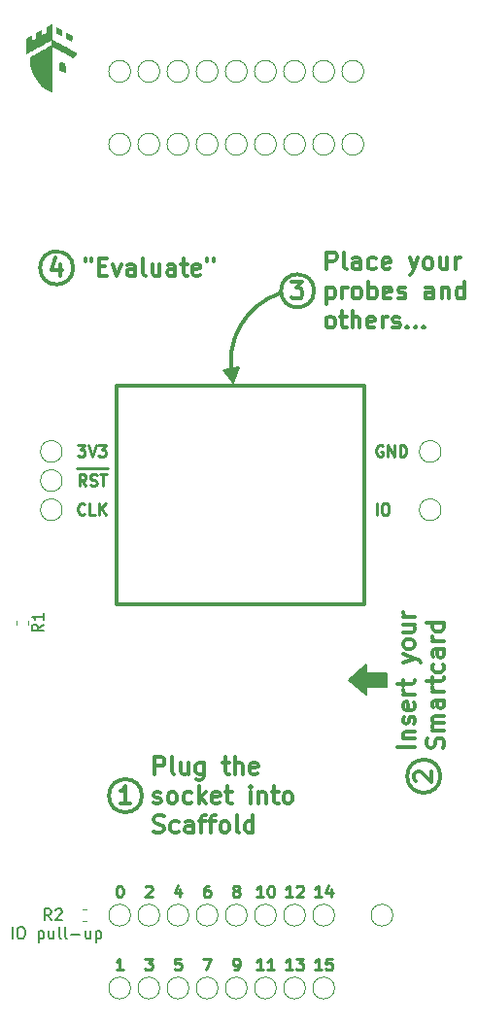
<source format=gbr>
G04 #@! TF.GenerationSoftware,KiCad,Pcbnew,5.0.2-bee76a0~70~ubuntu18.04.1*
G04 #@! TF.CreationDate,2019-05-09T10:07:15+02:00*
G04 #@! TF.ProjectId,smartcard,736d6172-7463-4617-9264-2e6b69636164,rev?*
G04 #@! TF.SameCoordinates,Original*
G04 #@! TF.FileFunction,Legend,Top*
G04 #@! TF.FilePolarity,Positive*
%FSLAX46Y46*%
G04 Gerber Fmt 4.6, Leading zero omitted, Abs format (unit mm)*
G04 Created by KiCad (PCBNEW 5.0.2-bee76a0~70~ubuntu18.04.1) date jeu. 09 mai 2019 10:07:15 CEST*
%MOMM*%
%LPD*%
G01*
G04 APERTURE LIST*
%ADD10C,0.300000*%
%ADD11C,0.150000*%
%ADD12C,0.250000*%
%ADD13C,0.010000*%
%ADD14C,0.120000*%
G04 APERTURE END LIST*
D10*
X101356017Y-91416027D02*
X122946017Y-91416027D01*
X101356017Y-110466027D02*
X101356017Y-91416027D01*
X122946017Y-110466027D02*
X101356017Y-110466027D01*
X122946017Y-91416027D02*
X122946017Y-110466027D01*
X96386731Y-80809598D02*
X96386731Y-81809598D01*
X96029588Y-80238169D02*
X95672445Y-81309598D01*
X96601017Y-81309598D01*
X97543238Y-81131027D02*
G75*
G03X97543238Y-81131027I-1442221J0D01*
G01*
X98581731Y-80309598D02*
X98581731Y-80595312D01*
X99153159Y-80309598D02*
X99153159Y-80595312D01*
X99796017Y-81023884D02*
X100296017Y-81023884D01*
X100510302Y-81809598D02*
X99796017Y-81809598D01*
X99796017Y-80309598D01*
X100510302Y-80309598D01*
X101010302Y-80809598D02*
X101367445Y-81809598D01*
X101724588Y-80809598D01*
X102938874Y-81809598D02*
X102938874Y-81023884D01*
X102867445Y-80881027D01*
X102724588Y-80809598D01*
X102438874Y-80809598D01*
X102296017Y-80881027D01*
X102938874Y-81738169D02*
X102796017Y-81809598D01*
X102438874Y-81809598D01*
X102296017Y-81738169D01*
X102224588Y-81595312D01*
X102224588Y-81452455D01*
X102296017Y-81309598D01*
X102438874Y-81238169D01*
X102796017Y-81238169D01*
X102938874Y-81166741D01*
X103867445Y-81809598D02*
X103724588Y-81738169D01*
X103653159Y-81595312D01*
X103653159Y-80309598D01*
X105081731Y-80809598D02*
X105081731Y-81809598D01*
X104438874Y-80809598D02*
X104438874Y-81595312D01*
X104510302Y-81738169D01*
X104653159Y-81809598D01*
X104867445Y-81809598D01*
X105010302Y-81738169D01*
X105081731Y-81666741D01*
X106438874Y-81809598D02*
X106438874Y-81023884D01*
X106367445Y-80881027D01*
X106224588Y-80809598D01*
X105938874Y-80809598D01*
X105796017Y-80881027D01*
X106438874Y-81738169D02*
X106296017Y-81809598D01*
X105938874Y-81809598D01*
X105796017Y-81738169D01*
X105724588Y-81595312D01*
X105724588Y-81452455D01*
X105796017Y-81309598D01*
X105938874Y-81238169D01*
X106296017Y-81238169D01*
X106438874Y-81166741D01*
X106938874Y-80809598D02*
X107510302Y-80809598D01*
X107153159Y-80309598D02*
X107153159Y-81595312D01*
X107224588Y-81738169D01*
X107367445Y-81809598D01*
X107510302Y-81809598D01*
X108581731Y-81738169D02*
X108438874Y-81809598D01*
X108153159Y-81809598D01*
X108010302Y-81738169D01*
X107938874Y-81595312D01*
X107938874Y-81023884D01*
X108010302Y-80881027D01*
X108153159Y-80809598D01*
X108438874Y-80809598D01*
X108581731Y-80881027D01*
X108653159Y-81023884D01*
X108653159Y-81166741D01*
X107938874Y-81309598D01*
X109224588Y-80309598D02*
X109224588Y-80595312D01*
X109796017Y-80309598D02*
X109796017Y-80595312D01*
D11*
G36*
X111501017Y-91131027D02*
X110601017Y-90031027D01*
X112001017Y-89831027D01*
X111501017Y-91131027D01*
G37*
X111501017Y-91131027D02*
X110601017Y-90031027D01*
X112001017Y-89831027D01*
X111501017Y-91131027D01*
D10*
X111427068Y-90703015D02*
G75*
G02X115601017Y-83331027I6173949J1371988D01*
G01*
X116601017Y-82309598D02*
X117529588Y-82309598D01*
X117029588Y-82881027D01*
X117243874Y-82881027D01*
X117386731Y-82952455D01*
X117458159Y-83023884D01*
X117529588Y-83166741D01*
X117529588Y-83523884D01*
X117458159Y-83666741D01*
X117386731Y-83738169D01*
X117243874Y-83809598D01*
X116815302Y-83809598D01*
X116672445Y-83738169D01*
X116601017Y-83666741D01*
X118543238Y-83131027D02*
G75*
G03X118543238Y-83131027I-1442221J0D01*
G01*
X119653159Y-81259598D02*
X119653159Y-79759598D01*
X120224588Y-79759598D01*
X120367445Y-79831027D01*
X120438874Y-79902455D01*
X120510302Y-80045312D01*
X120510302Y-80259598D01*
X120438874Y-80402455D01*
X120367445Y-80473884D01*
X120224588Y-80545312D01*
X119653159Y-80545312D01*
X121367445Y-81259598D02*
X121224588Y-81188169D01*
X121153159Y-81045312D01*
X121153159Y-79759598D01*
X122581731Y-81259598D02*
X122581731Y-80473884D01*
X122510302Y-80331027D01*
X122367445Y-80259598D01*
X122081731Y-80259598D01*
X121938874Y-80331027D01*
X122581731Y-81188169D02*
X122438874Y-81259598D01*
X122081731Y-81259598D01*
X121938874Y-81188169D01*
X121867445Y-81045312D01*
X121867445Y-80902455D01*
X121938874Y-80759598D01*
X122081731Y-80688169D01*
X122438874Y-80688169D01*
X122581731Y-80616741D01*
X123938874Y-81188169D02*
X123796017Y-81259598D01*
X123510302Y-81259598D01*
X123367445Y-81188169D01*
X123296017Y-81116741D01*
X123224588Y-80973884D01*
X123224588Y-80545312D01*
X123296017Y-80402455D01*
X123367445Y-80331027D01*
X123510302Y-80259598D01*
X123796017Y-80259598D01*
X123938874Y-80331027D01*
X125153159Y-81188169D02*
X125010302Y-81259598D01*
X124724588Y-81259598D01*
X124581731Y-81188169D01*
X124510302Y-81045312D01*
X124510302Y-80473884D01*
X124581731Y-80331027D01*
X124724588Y-80259598D01*
X125010302Y-80259598D01*
X125153159Y-80331027D01*
X125224588Y-80473884D01*
X125224588Y-80616741D01*
X124510302Y-80759598D01*
X126867445Y-80259598D02*
X127224588Y-81259598D01*
X127581731Y-80259598D02*
X127224588Y-81259598D01*
X127081731Y-81616741D01*
X127010302Y-81688169D01*
X126867445Y-81759598D01*
X128367445Y-81259598D02*
X128224588Y-81188169D01*
X128153159Y-81116741D01*
X128081731Y-80973884D01*
X128081731Y-80545312D01*
X128153159Y-80402455D01*
X128224588Y-80331027D01*
X128367445Y-80259598D01*
X128581731Y-80259598D01*
X128724588Y-80331027D01*
X128796017Y-80402455D01*
X128867445Y-80545312D01*
X128867445Y-80973884D01*
X128796017Y-81116741D01*
X128724588Y-81188169D01*
X128581731Y-81259598D01*
X128367445Y-81259598D01*
X130153159Y-80259598D02*
X130153159Y-81259598D01*
X129510302Y-80259598D02*
X129510302Y-81045312D01*
X129581731Y-81188169D01*
X129724588Y-81259598D01*
X129938874Y-81259598D01*
X130081731Y-81188169D01*
X130153159Y-81116741D01*
X130867445Y-81259598D02*
X130867445Y-80259598D01*
X130867445Y-80545312D02*
X130938874Y-80402455D01*
X131010302Y-80331027D01*
X131153159Y-80259598D01*
X131296017Y-80259598D01*
X119653159Y-82809598D02*
X119653159Y-84309598D01*
X119653159Y-82881027D02*
X119796017Y-82809598D01*
X120081731Y-82809598D01*
X120224588Y-82881027D01*
X120296017Y-82952455D01*
X120367445Y-83095312D01*
X120367445Y-83523884D01*
X120296017Y-83666741D01*
X120224588Y-83738169D01*
X120081731Y-83809598D01*
X119796017Y-83809598D01*
X119653159Y-83738169D01*
X121010302Y-83809598D02*
X121010302Y-82809598D01*
X121010302Y-83095312D02*
X121081731Y-82952455D01*
X121153159Y-82881027D01*
X121296017Y-82809598D01*
X121438874Y-82809598D01*
X122153159Y-83809598D02*
X122010302Y-83738169D01*
X121938874Y-83666741D01*
X121867445Y-83523884D01*
X121867445Y-83095312D01*
X121938874Y-82952455D01*
X122010302Y-82881027D01*
X122153159Y-82809598D01*
X122367445Y-82809598D01*
X122510302Y-82881027D01*
X122581731Y-82952455D01*
X122653159Y-83095312D01*
X122653159Y-83523884D01*
X122581731Y-83666741D01*
X122510302Y-83738169D01*
X122367445Y-83809598D01*
X122153159Y-83809598D01*
X123296017Y-83809598D02*
X123296017Y-82309598D01*
X123296017Y-82881027D02*
X123438874Y-82809598D01*
X123724588Y-82809598D01*
X123867445Y-82881027D01*
X123938874Y-82952455D01*
X124010302Y-83095312D01*
X124010302Y-83523884D01*
X123938874Y-83666741D01*
X123867445Y-83738169D01*
X123724588Y-83809598D01*
X123438874Y-83809598D01*
X123296017Y-83738169D01*
X125224588Y-83738169D02*
X125081731Y-83809598D01*
X124796017Y-83809598D01*
X124653159Y-83738169D01*
X124581731Y-83595312D01*
X124581731Y-83023884D01*
X124653159Y-82881027D01*
X124796017Y-82809598D01*
X125081731Y-82809598D01*
X125224588Y-82881027D01*
X125296017Y-83023884D01*
X125296017Y-83166741D01*
X124581731Y-83309598D01*
X125867445Y-83738169D02*
X126010302Y-83809598D01*
X126296017Y-83809598D01*
X126438874Y-83738169D01*
X126510302Y-83595312D01*
X126510302Y-83523884D01*
X126438874Y-83381027D01*
X126296017Y-83309598D01*
X126081731Y-83309598D01*
X125938874Y-83238169D01*
X125867445Y-83095312D01*
X125867445Y-83023884D01*
X125938874Y-82881027D01*
X126081731Y-82809598D01*
X126296017Y-82809598D01*
X126438874Y-82881027D01*
X128938874Y-83809598D02*
X128938874Y-83023884D01*
X128867445Y-82881027D01*
X128724588Y-82809598D01*
X128438874Y-82809598D01*
X128296017Y-82881027D01*
X128938874Y-83738169D02*
X128796017Y-83809598D01*
X128438874Y-83809598D01*
X128296017Y-83738169D01*
X128224588Y-83595312D01*
X128224588Y-83452455D01*
X128296017Y-83309598D01*
X128438874Y-83238169D01*
X128796017Y-83238169D01*
X128938874Y-83166741D01*
X129653159Y-82809598D02*
X129653159Y-83809598D01*
X129653159Y-82952455D02*
X129724588Y-82881027D01*
X129867445Y-82809598D01*
X130081731Y-82809598D01*
X130224588Y-82881027D01*
X130296017Y-83023884D01*
X130296017Y-83809598D01*
X131653159Y-83809598D02*
X131653159Y-82309598D01*
X131653159Y-83738169D02*
X131510302Y-83809598D01*
X131224588Y-83809598D01*
X131081731Y-83738169D01*
X131010302Y-83666741D01*
X130938874Y-83523884D01*
X130938874Y-83095312D01*
X131010302Y-82952455D01*
X131081731Y-82881027D01*
X131224588Y-82809598D01*
X131510302Y-82809598D01*
X131653159Y-82881027D01*
X119867445Y-86359598D02*
X119724588Y-86288169D01*
X119653159Y-86216741D01*
X119581731Y-86073884D01*
X119581731Y-85645312D01*
X119653159Y-85502455D01*
X119724588Y-85431027D01*
X119867445Y-85359598D01*
X120081731Y-85359598D01*
X120224588Y-85431027D01*
X120296017Y-85502455D01*
X120367445Y-85645312D01*
X120367445Y-86073884D01*
X120296017Y-86216741D01*
X120224588Y-86288169D01*
X120081731Y-86359598D01*
X119867445Y-86359598D01*
X120796017Y-85359598D02*
X121367445Y-85359598D01*
X121010302Y-84859598D02*
X121010302Y-86145312D01*
X121081731Y-86288169D01*
X121224588Y-86359598D01*
X121367445Y-86359598D01*
X121867445Y-86359598D02*
X121867445Y-84859598D01*
X122510302Y-86359598D02*
X122510302Y-85573884D01*
X122438874Y-85431027D01*
X122296017Y-85359598D01*
X122081731Y-85359598D01*
X121938874Y-85431027D01*
X121867445Y-85502455D01*
X123796017Y-86288169D02*
X123653159Y-86359598D01*
X123367445Y-86359598D01*
X123224588Y-86288169D01*
X123153159Y-86145312D01*
X123153159Y-85573884D01*
X123224588Y-85431027D01*
X123367445Y-85359598D01*
X123653159Y-85359598D01*
X123796017Y-85431027D01*
X123867445Y-85573884D01*
X123867445Y-85716741D01*
X123153159Y-85859598D01*
X124510302Y-86359598D02*
X124510302Y-85359598D01*
X124510302Y-85645312D02*
X124581731Y-85502455D01*
X124653159Y-85431027D01*
X124796017Y-85359598D01*
X124938874Y-85359598D01*
X125367445Y-86288169D02*
X125510302Y-86359598D01*
X125796017Y-86359598D01*
X125938874Y-86288169D01*
X126010302Y-86145312D01*
X126010302Y-86073884D01*
X125938874Y-85931027D01*
X125796017Y-85859598D01*
X125581731Y-85859598D01*
X125438874Y-85788169D01*
X125367445Y-85645312D01*
X125367445Y-85573884D01*
X125438874Y-85431027D01*
X125581731Y-85359598D01*
X125796017Y-85359598D01*
X125938874Y-85431027D01*
X126653159Y-86216741D02*
X126724588Y-86288169D01*
X126653159Y-86359598D01*
X126581731Y-86288169D01*
X126653159Y-86216741D01*
X126653159Y-86359598D01*
X127367445Y-86216741D02*
X127438874Y-86288169D01*
X127367445Y-86359598D01*
X127296017Y-86288169D01*
X127367445Y-86216741D01*
X127367445Y-86359598D01*
X128081731Y-86216741D02*
X128153159Y-86288169D01*
X128081731Y-86359598D01*
X128010302Y-86288169D01*
X128081731Y-86216741D01*
X128081731Y-86359598D01*
X127422445Y-125859598D02*
X127351017Y-125788169D01*
X127279588Y-125645312D01*
X127279588Y-125288169D01*
X127351017Y-125145312D01*
X127422445Y-125073884D01*
X127565302Y-125002455D01*
X127708159Y-125002455D01*
X127922445Y-125073884D01*
X128779588Y-125931027D01*
X128779588Y-125002455D01*
X129543238Y-125431027D02*
G75*
G03X129543238Y-125431027I-1442221J0D01*
G01*
X102529588Y-127809598D02*
X101672445Y-127809598D01*
X102101017Y-127809598D02*
X102101017Y-126309598D01*
X101958159Y-126523884D01*
X101815302Y-126666741D01*
X101672445Y-126738169D01*
X103543238Y-127131027D02*
G75*
G03X103543238Y-127131027I-1442221J0D01*
G01*
X104653159Y-125259598D02*
X104653159Y-123759598D01*
X105224588Y-123759598D01*
X105367445Y-123831027D01*
X105438874Y-123902455D01*
X105510302Y-124045312D01*
X105510302Y-124259598D01*
X105438874Y-124402455D01*
X105367445Y-124473884D01*
X105224588Y-124545312D01*
X104653159Y-124545312D01*
X106367445Y-125259598D02*
X106224588Y-125188169D01*
X106153159Y-125045312D01*
X106153159Y-123759598D01*
X107581731Y-124259598D02*
X107581731Y-125259598D01*
X106938874Y-124259598D02*
X106938874Y-125045312D01*
X107010302Y-125188169D01*
X107153159Y-125259598D01*
X107367445Y-125259598D01*
X107510302Y-125188169D01*
X107581731Y-125116741D01*
X108938874Y-124259598D02*
X108938874Y-125473884D01*
X108867445Y-125616741D01*
X108796017Y-125688169D01*
X108653159Y-125759598D01*
X108438874Y-125759598D01*
X108296017Y-125688169D01*
X108938874Y-125188169D02*
X108796017Y-125259598D01*
X108510302Y-125259598D01*
X108367445Y-125188169D01*
X108296017Y-125116741D01*
X108224588Y-124973884D01*
X108224588Y-124545312D01*
X108296017Y-124402455D01*
X108367445Y-124331027D01*
X108510302Y-124259598D01*
X108796017Y-124259598D01*
X108938874Y-124331027D01*
X110581731Y-124259598D02*
X111153159Y-124259598D01*
X110796017Y-123759598D02*
X110796017Y-125045312D01*
X110867445Y-125188169D01*
X111010302Y-125259598D01*
X111153159Y-125259598D01*
X111653159Y-125259598D02*
X111653159Y-123759598D01*
X112296017Y-125259598D02*
X112296017Y-124473884D01*
X112224588Y-124331027D01*
X112081731Y-124259598D01*
X111867445Y-124259598D01*
X111724588Y-124331027D01*
X111653159Y-124402455D01*
X113581731Y-125188169D02*
X113438874Y-125259598D01*
X113153159Y-125259598D01*
X113010302Y-125188169D01*
X112938874Y-125045312D01*
X112938874Y-124473884D01*
X113010302Y-124331027D01*
X113153159Y-124259598D01*
X113438874Y-124259598D01*
X113581731Y-124331027D01*
X113653159Y-124473884D01*
X113653159Y-124616741D01*
X112938874Y-124759598D01*
X104581731Y-127738169D02*
X104724588Y-127809598D01*
X105010302Y-127809598D01*
X105153159Y-127738169D01*
X105224588Y-127595312D01*
X105224588Y-127523884D01*
X105153159Y-127381027D01*
X105010302Y-127309598D01*
X104796017Y-127309598D01*
X104653159Y-127238169D01*
X104581731Y-127095312D01*
X104581731Y-127023884D01*
X104653159Y-126881027D01*
X104796017Y-126809598D01*
X105010302Y-126809598D01*
X105153159Y-126881027D01*
X106081731Y-127809598D02*
X105938874Y-127738169D01*
X105867445Y-127666741D01*
X105796017Y-127523884D01*
X105796017Y-127095312D01*
X105867445Y-126952455D01*
X105938874Y-126881027D01*
X106081731Y-126809598D01*
X106296017Y-126809598D01*
X106438874Y-126881027D01*
X106510302Y-126952455D01*
X106581731Y-127095312D01*
X106581731Y-127523884D01*
X106510302Y-127666741D01*
X106438874Y-127738169D01*
X106296017Y-127809598D01*
X106081731Y-127809598D01*
X107867445Y-127738169D02*
X107724588Y-127809598D01*
X107438874Y-127809598D01*
X107296017Y-127738169D01*
X107224588Y-127666741D01*
X107153159Y-127523884D01*
X107153159Y-127095312D01*
X107224588Y-126952455D01*
X107296017Y-126881027D01*
X107438874Y-126809598D01*
X107724588Y-126809598D01*
X107867445Y-126881027D01*
X108510302Y-127809598D02*
X108510302Y-126309598D01*
X108653159Y-127238169D02*
X109081731Y-127809598D01*
X109081731Y-126809598D02*
X108510302Y-127381027D01*
X110296017Y-127738169D02*
X110153159Y-127809598D01*
X109867445Y-127809598D01*
X109724588Y-127738169D01*
X109653159Y-127595312D01*
X109653159Y-127023884D01*
X109724588Y-126881027D01*
X109867445Y-126809598D01*
X110153159Y-126809598D01*
X110296017Y-126881027D01*
X110367445Y-127023884D01*
X110367445Y-127166741D01*
X109653159Y-127309598D01*
X110796017Y-126809598D02*
X111367445Y-126809598D01*
X111010302Y-126309598D02*
X111010302Y-127595312D01*
X111081731Y-127738169D01*
X111224588Y-127809598D01*
X111367445Y-127809598D01*
X113010302Y-127809598D02*
X113010302Y-126809598D01*
X113010302Y-126309598D02*
X112938874Y-126381027D01*
X113010302Y-126452455D01*
X113081731Y-126381027D01*
X113010302Y-126309598D01*
X113010302Y-126452455D01*
X113724588Y-126809598D02*
X113724588Y-127809598D01*
X113724588Y-126952455D02*
X113796017Y-126881027D01*
X113938874Y-126809598D01*
X114153159Y-126809598D01*
X114296017Y-126881027D01*
X114367445Y-127023884D01*
X114367445Y-127809598D01*
X114867445Y-126809598D02*
X115438874Y-126809598D01*
X115081731Y-126309598D02*
X115081731Y-127595312D01*
X115153159Y-127738169D01*
X115296017Y-127809598D01*
X115438874Y-127809598D01*
X116153159Y-127809598D02*
X116010302Y-127738169D01*
X115938874Y-127666741D01*
X115867445Y-127523884D01*
X115867445Y-127095312D01*
X115938874Y-126952455D01*
X116010302Y-126881027D01*
X116153159Y-126809598D01*
X116367445Y-126809598D01*
X116510302Y-126881027D01*
X116581731Y-126952455D01*
X116653159Y-127095312D01*
X116653159Y-127523884D01*
X116581731Y-127666741D01*
X116510302Y-127738169D01*
X116367445Y-127809598D01*
X116153159Y-127809598D01*
X104581731Y-130288169D02*
X104796017Y-130359598D01*
X105153159Y-130359598D01*
X105296017Y-130288169D01*
X105367445Y-130216741D01*
X105438874Y-130073884D01*
X105438874Y-129931027D01*
X105367445Y-129788169D01*
X105296017Y-129716741D01*
X105153159Y-129645312D01*
X104867445Y-129573884D01*
X104724588Y-129502455D01*
X104653159Y-129431027D01*
X104581731Y-129288169D01*
X104581731Y-129145312D01*
X104653159Y-129002455D01*
X104724588Y-128931027D01*
X104867445Y-128859598D01*
X105224588Y-128859598D01*
X105438874Y-128931027D01*
X106724588Y-130288169D02*
X106581731Y-130359598D01*
X106296017Y-130359598D01*
X106153159Y-130288169D01*
X106081731Y-130216741D01*
X106010302Y-130073884D01*
X106010302Y-129645312D01*
X106081731Y-129502455D01*
X106153159Y-129431027D01*
X106296017Y-129359598D01*
X106581731Y-129359598D01*
X106724588Y-129431027D01*
X108010302Y-130359598D02*
X108010302Y-129573884D01*
X107938874Y-129431027D01*
X107796017Y-129359598D01*
X107510302Y-129359598D01*
X107367445Y-129431027D01*
X108010302Y-130288169D02*
X107867445Y-130359598D01*
X107510302Y-130359598D01*
X107367445Y-130288169D01*
X107296017Y-130145312D01*
X107296017Y-130002455D01*
X107367445Y-129859598D01*
X107510302Y-129788169D01*
X107867445Y-129788169D01*
X108010302Y-129716741D01*
X108510302Y-129359598D02*
X109081731Y-129359598D01*
X108724588Y-130359598D02*
X108724588Y-129073884D01*
X108796017Y-128931027D01*
X108938874Y-128859598D01*
X109081731Y-128859598D01*
X109367445Y-129359598D02*
X109938874Y-129359598D01*
X109581731Y-130359598D02*
X109581731Y-129073884D01*
X109653159Y-128931027D01*
X109796017Y-128859598D01*
X109938874Y-128859598D01*
X110653159Y-130359598D02*
X110510302Y-130288169D01*
X110438874Y-130216741D01*
X110367445Y-130073884D01*
X110367445Y-129645312D01*
X110438874Y-129502455D01*
X110510302Y-129431027D01*
X110653159Y-129359598D01*
X110867445Y-129359598D01*
X111010302Y-129431027D01*
X111081731Y-129502455D01*
X111153159Y-129645312D01*
X111153159Y-130073884D01*
X111081731Y-130216741D01*
X111010302Y-130288169D01*
X110867445Y-130359598D01*
X110653159Y-130359598D01*
X112010302Y-130359598D02*
X111867445Y-130288169D01*
X111796017Y-130145312D01*
X111796017Y-128859598D01*
X113224588Y-130359598D02*
X113224588Y-128859598D01*
X113224588Y-130288169D02*
X113081731Y-130359598D01*
X112796017Y-130359598D01*
X112653159Y-130288169D01*
X112581731Y-130216741D01*
X112510302Y-130073884D01*
X112510302Y-129645312D01*
X112581731Y-129502455D01*
X112653159Y-129431027D01*
X112796017Y-129359598D01*
X113081731Y-129359598D01*
X113224588Y-129431027D01*
X127304588Y-122878884D02*
X125804588Y-122878884D01*
X126304588Y-122164598D02*
X127304588Y-122164598D01*
X126447445Y-122164598D02*
X126376017Y-122093169D01*
X126304588Y-121950312D01*
X126304588Y-121736027D01*
X126376017Y-121593169D01*
X126518874Y-121521741D01*
X127304588Y-121521741D01*
X127233159Y-120878884D02*
X127304588Y-120736027D01*
X127304588Y-120450312D01*
X127233159Y-120307455D01*
X127090302Y-120236027D01*
X127018874Y-120236027D01*
X126876017Y-120307455D01*
X126804588Y-120450312D01*
X126804588Y-120664598D01*
X126733159Y-120807455D01*
X126590302Y-120878884D01*
X126518874Y-120878884D01*
X126376017Y-120807455D01*
X126304588Y-120664598D01*
X126304588Y-120450312D01*
X126376017Y-120307455D01*
X127233159Y-119021741D02*
X127304588Y-119164598D01*
X127304588Y-119450312D01*
X127233159Y-119593169D01*
X127090302Y-119664598D01*
X126518874Y-119664598D01*
X126376017Y-119593169D01*
X126304588Y-119450312D01*
X126304588Y-119164598D01*
X126376017Y-119021741D01*
X126518874Y-118950312D01*
X126661731Y-118950312D01*
X126804588Y-119664598D01*
X127304588Y-118307455D02*
X126304588Y-118307455D01*
X126590302Y-118307455D02*
X126447445Y-118236027D01*
X126376017Y-118164598D01*
X126304588Y-118021741D01*
X126304588Y-117878884D01*
X126304588Y-117593169D02*
X126304588Y-117021741D01*
X125804588Y-117378884D02*
X127090302Y-117378884D01*
X127233159Y-117307455D01*
X127304588Y-117164598D01*
X127304588Y-117021741D01*
X126304588Y-115521741D02*
X127304588Y-115164598D01*
X126304588Y-114807455D02*
X127304588Y-115164598D01*
X127661731Y-115307455D01*
X127733159Y-115378884D01*
X127804588Y-115521741D01*
X127304588Y-114021741D02*
X127233159Y-114164598D01*
X127161731Y-114236027D01*
X127018874Y-114307455D01*
X126590302Y-114307455D01*
X126447445Y-114236027D01*
X126376017Y-114164598D01*
X126304588Y-114021741D01*
X126304588Y-113807455D01*
X126376017Y-113664598D01*
X126447445Y-113593169D01*
X126590302Y-113521741D01*
X127018874Y-113521741D01*
X127161731Y-113593169D01*
X127233159Y-113664598D01*
X127304588Y-113807455D01*
X127304588Y-114021741D01*
X126304588Y-112236027D02*
X127304588Y-112236027D01*
X126304588Y-112878884D02*
X127090302Y-112878884D01*
X127233159Y-112807455D01*
X127304588Y-112664598D01*
X127304588Y-112450312D01*
X127233159Y-112307455D01*
X127161731Y-112236027D01*
X127304588Y-111521741D02*
X126304588Y-111521741D01*
X126590302Y-111521741D02*
X126447445Y-111450312D01*
X126376017Y-111378884D01*
X126304588Y-111236027D01*
X126304588Y-111093169D01*
X129783159Y-122950312D02*
X129854588Y-122736027D01*
X129854588Y-122378884D01*
X129783159Y-122236027D01*
X129711731Y-122164598D01*
X129568874Y-122093169D01*
X129426017Y-122093169D01*
X129283159Y-122164598D01*
X129211731Y-122236027D01*
X129140302Y-122378884D01*
X129068874Y-122664598D01*
X128997445Y-122807455D01*
X128926017Y-122878884D01*
X128783159Y-122950312D01*
X128640302Y-122950312D01*
X128497445Y-122878884D01*
X128426017Y-122807455D01*
X128354588Y-122664598D01*
X128354588Y-122307455D01*
X128426017Y-122093169D01*
X129854588Y-121450312D02*
X128854588Y-121450312D01*
X128997445Y-121450312D02*
X128926017Y-121378884D01*
X128854588Y-121236027D01*
X128854588Y-121021741D01*
X128926017Y-120878884D01*
X129068874Y-120807455D01*
X129854588Y-120807455D01*
X129068874Y-120807455D02*
X128926017Y-120736027D01*
X128854588Y-120593169D01*
X128854588Y-120378884D01*
X128926017Y-120236027D01*
X129068874Y-120164598D01*
X129854588Y-120164598D01*
X129854588Y-118807455D02*
X129068874Y-118807455D01*
X128926017Y-118878884D01*
X128854588Y-119021741D01*
X128854588Y-119307455D01*
X128926017Y-119450312D01*
X129783159Y-118807455D02*
X129854588Y-118950312D01*
X129854588Y-119307455D01*
X129783159Y-119450312D01*
X129640302Y-119521741D01*
X129497445Y-119521741D01*
X129354588Y-119450312D01*
X129283159Y-119307455D01*
X129283159Y-118950312D01*
X129211731Y-118807455D01*
X129854588Y-118093169D02*
X128854588Y-118093169D01*
X129140302Y-118093169D02*
X128997445Y-118021741D01*
X128926017Y-117950312D01*
X128854588Y-117807455D01*
X128854588Y-117664598D01*
X128854588Y-117378884D02*
X128854588Y-116807455D01*
X128354588Y-117164598D02*
X129640302Y-117164598D01*
X129783159Y-117093169D01*
X129854588Y-116950312D01*
X129854588Y-116807455D01*
X129783159Y-115664598D02*
X129854588Y-115807455D01*
X129854588Y-116093169D01*
X129783159Y-116236027D01*
X129711731Y-116307455D01*
X129568874Y-116378884D01*
X129140302Y-116378884D01*
X128997445Y-116307455D01*
X128926017Y-116236027D01*
X128854588Y-116093169D01*
X128854588Y-115807455D01*
X128926017Y-115664598D01*
X129854588Y-114378884D02*
X129068874Y-114378884D01*
X128926017Y-114450312D01*
X128854588Y-114593169D01*
X128854588Y-114878884D01*
X128926017Y-115021741D01*
X129783159Y-114378884D02*
X129854588Y-114521741D01*
X129854588Y-114878884D01*
X129783159Y-115021741D01*
X129640302Y-115093169D01*
X129497445Y-115093169D01*
X129354588Y-115021741D01*
X129283159Y-114878884D01*
X129283159Y-114521741D01*
X129211731Y-114378884D01*
X129854588Y-113664598D02*
X128854588Y-113664598D01*
X129140302Y-113664598D02*
X128997445Y-113593169D01*
X128926017Y-113521741D01*
X128854588Y-113378884D01*
X128854588Y-113236027D01*
X129854588Y-112093169D02*
X128354588Y-112093169D01*
X129783159Y-112093169D02*
X129854588Y-112236027D01*
X129854588Y-112521741D01*
X129783159Y-112664598D01*
X129711731Y-112736027D01*
X129568874Y-112807455D01*
X129140302Y-112807455D01*
X128997445Y-112736027D01*
X128926017Y-112664598D01*
X128854588Y-112521741D01*
X128854588Y-112236027D01*
X128926017Y-112093169D01*
D11*
G36*
X124901017Y-117631027D02*
X123101017Y-117631027D01*
X123101017Y-118331027D01*
X121601017Y-117031027D01*
X123101017Y-115731027D01*
X123101017Y-116431027D01*
X124901017Y-116431027D01*
X124901017Y-117631027D01*
G37*
X124901017Y-117631027D02*
X123101017Y-117631027D01*
X123101017Y-118331027D01*
X121601017Y-117031027D01*
X123101017Y-115731027D01*
X123101017Y-116431027D01*
X124901017Y-116431027D01*
X124901017Y-117631027D01*
X92236612Y-139583407D02*
X92236612Y-138583407D01*
X92903278Y-138583407D02*
X93093755Y-138583407D01*
X93188993Y-138631027D01*
X93284231Y-138726265D01*
X93331850Y-138916741D01*
X93331850Y-139250074D01*
X93284231Y-139440550D01*
X93188993Y-139535788D01*
X93093755Y-139583407D01*
X92903278Y-139583407D01*
X92808040Y-139535788D01*
X92712802Y-139440550D01*
X92665183Y-139250074D01*
X92665183Y-138916741D01*
X92712802Y-138726265D01*
X92808040Y-138631027D01*
X92903278Y-138583407D01*
X94522326Y-138916741D02*
X94522326Y-139916741D01*
X94522326Y-138964360D02*
X94617564Y-138916741D01*
X94808040Y-138916741D01*
X94903278Y-138964360D01*
X94950897Y-139011979D01*
X94998517Y-139107217D01*
X94998517Y-139392931D01*
X94950897Y-139488169D01*
X94903278Y-139535788D01*
X94808040Y-139583407D01*
X94617564Y-139583407D01*
X94522326Y-139535788D01*
X95855659Y-138916741D02*
X95855659Y-139583407D01*
X95427088Y-138916741D02*
X95427088Y-139440550D01*
X95474707Y-139535788D01*
X95569945Y-139583407D01*
X95712802Y-139583407D01*
X95808040Y-139535788D01*
X95855659Y-139488169D01*
X96474707Y-139583407D02*
X96379469Y-139535788D01*
X96331850Y-139440550D01*
X96331850Y-138583407D01*
X96998517Y-139583407D02*
X96903278Y-139535788D01*
X96855659Y-139440550D01*
X96855659Y-138583407D01*
X97379469Y-139202455D02*
X98141374Y-139202455D01*
X99046136Y-138916741D02*
X99046136Y-139583407D01*
X98617564Y-138916741D02*
X98617564Y-139440550D01*
X98665183Y-139535788D01*
X98760421Y-139583407D01*
X98903278Y-139583407D01*
X98998517Y-139535788D01*
X99046136Y-139488169D01*
X99522326Y-138916741D02*
X99522326Y-139916741D01*
X99522326Y-138964360D02*
X99617564Y-138916741D01*
X99808040Y-138916741D01*
X99903278Y-138964360D01*
X99950897Y-139011979D01*
X99998517Y-139107217D01*
X99998517Y-139392931D01*
X99950897Y-139488169D01*
X99903278Y-139535788D01*
X99808040Y-139583407D01*
X99617564Y-139583407D01*
X99522326Y-139535788D01*
D12*
X123981612Y-102663407D02*
X123981612Y-101663407D01*
X124648278Y-101663407D02*
X124838755Y-101663407D01*
X124933993Y-101711027D01*
X125029231Y-101806265D01*
X125076850Y-101996741D01*
X125076850Y-102330074D01*
X125029231Y-102520550D01*
X124933993Y-102615788D01*
X124838755Y-102663407D01*
X124648278Y-102663407D01*
X124553040Y-102615788D01*
X124457802Y-102520550D01*
X124410183Y-102330074D01*
X124410183Y-101996741D01*
X124457802Y-101806265D01*
X124553040Y-101711027D01*
X124648278Y-101663407D01*
X98558517Y-102568169D02*
X98510897Y-102615788D01*
X98368040Y-102663407D01*
X98272802Y-102663407D01*
X98129945Y-102615788D01*
X98034707Y-102520550D01*
X97987088Y-102425312D01*
X97939469Y-102234836D01*
X97939469Y-102091979D01*
X97987088Y-101901503D01*
X98034707Y-101806265D01*
X98129945Y-101711027D01*
X98272802Y-101663407D01*
X98368040Y-101663407D01*
X98510897Y-101711027D01*
X98558517Y-101758646D01*
X99463278Y-102663407D02*
X98987088Y-102663407D01*
X98987088Y-101663407D01*
X99796612Y-102663407D02*
X99796612Y-101663407D01*
X100368040Y-102663407D02*
X99939469Y-102091979D01*
X100368040Y-101663407D02*
X99796612Y-102234836D01*
X97844231Y-98626027D02*
X98844231Y-98626027D01*
X98653755Y-100123407D02*
X98320421Y-99647217D01*
X98082326Y-100123407D02*
X98082326Y-99123407D01*
X98463278Y-99123407D01*
X98558517Y-99171027D01*
X98606136Y-99218646D01*
X98653755Y-99313884D01*
X98653755Y-99456741D01*
X98606136Y-99551979D01*
X98558517Y-99599598D01*
X98463278Y-99647217D01*
X98082326Y-99647217D01*
X98844231Y-98626027D02*
X99796612Y-98626027D01*
X99034707Y-100075788D02*
X99177564Y-100123407D01*
X99415659Y-100123407D01*
X99510897Y-100075788D01*
X99558517Y-100028169D01*
X99606136Y-99932931D01*
X99606136Y-99837693D01*
X99558517Y-99742455D01*
X99510897Y-99694836D01*
X99415659Y-99647217D01*
X99225183Y-99599598D01*
X99129945Y-99551979D01*
X99082326Y-99504360D01*
X99034707Y-99409122D01*
X99034707Y-99313884D01*
X99082326Y-99218646D01*
X99129945Y-99171027D01*
X99225183Y-99123407D01*
X99463278Y-99123407D01*
X99606136Y-99171027D01*
X99796612Y-98626027D02*
X100558517Y-98626027D01*
X99891850Y-99123407D02*
X100463278Y-99123407D01*
X100177564Y-100123407D02*
X100177564Y-99123407D01*
X124505421Y-96631027D02*
X124410183Y-96583407D01*
X124267326Y-96583407D01*
X124124469Y-96631027D01*
X124029231Y-96726265D01*
X123981612Y-96821503D01*
X123933993Y-97011979D01*
X123933993Y-97154836D01*
X123981612Y-97345312D01*
X124029231Y-97440550D01*
X124124469Y-97535788D01*
X124267326Y-97583407D01*
X124362564Y-97583407D01*
X124505421Y-97535788D01*
X124553040Y-97488169D01*
X124553040Y-97154836D01*
X124362564Y-97154836D01*
X124981612Y-97583407D02*
X124981612Y-96583407D01*
X125553040Y-97583407D01*
X125553040Y-96583407D01*
X126029231Y-97583407D02*
X126029231Y-96583407D01*
X126267326Y-96583407D01*
X126410183Y-96631027D01*
X126505421Y-96726265D01*
X126553040Y-96821503D01*
X126600659Y-97011979D01*
X126600659Y-97154836D01*
X126553040Y-97345312D01*
X126505421Y-97440550D01*
X126410183Y-97535788D01*
X126267326Y-97583407D01*
X126029231Y-97583407D01*
X97939469Y-96583407D02*
X98558517Y-96583407D01*
X98225183Y-96964360D01*
X98368040Y-96964360D01*
X98463278Y-97011979D01*
X98510897Y-97059598D01*
X98558517Y-97154836D01*
X98558517Y-97392931D01*
X98510897Y-97488169D01*
X98463278Y-97535788D01*
X98368040Y-97583407D01*
X98082326Y-97583407D01*
X97987088Y-97535788D01*
X97939469Y-97488169D01*
X98844231Y-96583407D02*
X99177564Y-97583407D01*
X99510897Y-96583407D01*
X99748993Y-96583407D02*
X100368040Y-96583407D01*
X100034707Y-96964360D01*
X100177564Y-96964360D01*
X100272802Y-97011979D01*
X100320421Y-97059598D01*
X100368040Y-97154836D01*
X100368040Y-97392931D01*
X100320421Y-97488169D01*
X100272802Y-97535788D01*
X100177564Y-97583407D01*
X99891850Y-97583407D01*
X99796612Y-97535788D01*
X99748993Y-97488169D01*
X119189523Y-135961380D02*
X118618095Y-135961380D01*
X118903809Y-135961380D02*
X118903809Y-134961380D01*
X118808571Y-135104238D01*
X118713333Y-135199476D01*
X118618095Y-135247095D01*
X120046666Y-135294714D02*
X120046666Y-135961380D01*
X119808571Y-134913761D02*
X119570476Y-135628047D01*
X120189523Y-135628047D01*
X116649523Y-135961380D02*
X116078095Y-135961380D01*
X116363809Y-135961380D02*
X116363809Y-134961380D01*
X116268571Y-135104238D01*
X116173333Y-135199476D01*
X116078095Y-135247095D01*
X117030476Y-135056619D02*
X117078095Y-135009000D01*
X117173333Y-134961380D01*
X117411428Y-134961380D01*
X117506666Y-135009000D01*
X117554285Y-135056619D01*
X117601904Y-135151857D01*
X117601904Y-135247095D01*
X117554285Y-135389952D01*
X116982857Y-135961380D01*
X117601904Y-135961380D01*
X114109523Y-135961380D02*
X113538095Y-135961380D01*
X113823809Y-135961380D02*
X113823809Y-134961380D01*
X113728571Y-135104238D01*
X113633333Y-135199476D01*
X113538095Y-135247095D01*
X114728571Y-134961380D02*
X114823809Y-134961380D01*
X114919047Y-135009000D01*
X114966666Y-135056619D01*
X115014285Y-135151857D01*
X115061904Y-135342333D01*
X115061904Y-135580428D01*
X115014285Y-135770904D01*
X114966666Y-135866142D01*
X114919047Y-135913761D01*
X114823809Y-135961380D01*
X114728571Y-135961380D01*
X114633333Y-135913761D01*
X114585714Y-135866142D01*
X114538095Y-135770904D01*
X114490476Y-135580428D01*
X114490476Y-135342333D01*
X114538095Y-135151857D01*
X114585714Y-135056619D01*
X114633333Y-135009000D01*
X114728571Y-134961380D01*
X111664761Y-135389952D02*
X111569523Y-135342333D01*
X111521904Y-135294714D01*
X111474285Y-135199476D01*
X111474285Y-135151857D01*
X111521904Y-135056619D01*
X111569523Y-135009000D01*
X111664761Y-134961380D01*
X111855238Y-134961380D01*
X111950476Y-135009000D01*
X111998095Y-135056619D01*
X112045714Y-135151857D01*
X112045714Y-135199476D01*
X111998095Y-135294714D01*
X111950476Y-135342333D01*
X111855238Y-135389952D01*
X111664761Y-135389952D01*
X111569523Y-135437571D01*
X111521904Y-135485190D01*
X111474285Y-135580428D01*
X111474285Y-135770904D01*
X111521904Y-135866142D01*
X111569523Y-135913761D01*
X111664761Y-135961380D01*
X111855238Y-135961380D01*
X111950476Y-135913761D01*
X111998095Y-135866142D01*
X112045714Y-135770904D01*
X112045714Y-135580428D01*
X111998095Y-135485190D01*
X111950476Y-135437571D01*
X111855238Y-135389952D01*
X109410476Y-134961380D02*
X109220000Y-134961380D01*
X109124761Y-135009000D01*
X109077142Y-135056619D01*
X108981904Y-135199476D01*
X108934285Y-135389952D01*
X108934285Y-135770904D01*
X108981904Y-135866142D01*
X109029523Y-135913761D01*
X109124761Y-135961380D01*
X109315238Y-135961380D01*
X109410476Y-135913761D01*
X109458095Y-135866142D01*
X109505714Y-135770904D01*
X109505714Y-135532809D01*
X109458095Y-135437571D01*
X109410476Y-135389952D01*
X109315238Y-135342333D01*
X109124761Y-135342333D01*
X109029523Y-135389952D01*
X108981904Y-135437571D01*
X108934285Y-135532809D01*
X106870476Y-135294714D02*
X106870476Y-135961380D01*
X106632380Y-134913761D02*
X106394285Y-135628047D01*
X107013333Y-135628047D01*
X119189523Y-142311380D02*
X118618095Y-142311380D01*
X118903809Y-142311380D02*
X118903809Y-141311380D01*
X118808571Y-141454238D01*
X118713333Y-141549476D01*
X118618095Y-141597095D01*
X120094285Y-141311380D02*
X119618095Y-141311380D01*
X119570476Y-141787571D01*
X119618095Y-141739952D01*
X119713333Y-141692333D01*
X119951428Y-141692333D01*
X120046666Y-141739952D01*
X120094285Y-141787571D01*
X120141904Y-141882809D01*
X120141904Y-142120904D01*
X120094285Y-142216142D01*
X120046666Y-142263761D01*
X119951428Y-142311380D01*
X119713333Y-142311380D01*
X119618095Y-142263761D01*
X119570476Y-142216142D01*
X116649523Y-142311380D02*
X116078095Y-142311380D01*
X116363809Y-142311380D02*
X116363809Y-141311380D01*
X116268571Y-141454238D01*
X116173333Y-141549476D01*
X116078095Y-141597095D01*
X116982857Y-141311380D02*
X117601904Y-141311380D01*
X117268571Y-141692333D01*
X117411428Y-141692333D01*
X117506666Y-141739952D01*
X117554285Y-141787571D01*
X117601904Y-141882809D01*
X117601904Y-142120904D01*
X117554285Y-142216142D01*
X117506666Y-142263761D01*
X117411428Y-142311380D01*
X117125714Y-142311380D01*
X117030476Y-142263761D01*
X116982857Y-142216142D01*
X114109523Y-142311380D02*
X113538095Y-142311380D01*
X113823809Y-142311380D02*
X113823809Y-141311380D01*
X113728571Y-141454238D01*
X113633333Y-141549476D01*
X113538095Y-141597095D01*
X115061904Y-142311380D02*
X114490476Y-142311380D01*
X114776190Y-142311380D02*
X114776190Y-141311380D01*
X114680952Y-141454238D01*
X114585714Y-141549476D01*
X114490476Y-141597095D01*
X111569523Y-142311380D02*
X111760000Y-142311380D01*
X111855238Y-142263761D01*
X111902857Y-142216142D01*
X111998095Y-142073285D01*
X112045714Y-141882809D01*
X112045714Y-141501857D01*
X111998095Y-141406619D01*
X111950476Y-141359000D01*
X111855238Y-141311380D01*
X111664761Y-141311380D01*
X111569523Y-141359000D01*
X111521904Y-141406619D01*
X111474285Y-141501857D01*
X111474285Y-141739952D01*
X111521904Y-141835190D01*
X111569523Y-141882809D01*
X111664761Y-141930428D01*
X111855238Y-141930428D01*
X111950476Y-141882809D01*
X111998095Y-141835190D01*
X112045714Y-141739952D01*
X108886666Y-141311380D02*
X109553333Y-141311380D01*
X109124761Y-142311380D01*
X106918095Y-141311380D02*
X106441904Y-141311380D01*
X106394285Y-141787571D01*
X106441904Y-141739952D01*
X106537142Y-141692333D01*
X106775238Y-141692333D01*
X106870476Y-141739952D01*
X106918095Y-141787571D01*
X106965714Y-141882809D01*
X106965714Y-142120904D01*
X106918095Y-142216142D01*
X106870476Y-142263761D01*
X106775238Y-142311380D01*
X106537142Y-142311380D01*
X106441904Y-142263761D01*
X106394285Y-142216142D01*
X103806666Y-141311380D02*
X104425714Y-141311380D01*
X104092380Y-141692333D01*
X104235238Y-141692333D01*
X104330476Y-141739952D01*
X104378095Y-141787571D01*
X104425714Y-141882809D01*
X104425714Y-142120904D01*
X104378095Y-142216142D01*
X104330476Y-142263761D01*
X104235238Y-142311380D01*
X103949523Y-142311380D01*
X103854285Y-142263761D01*
X103806666Y-142216142D01*
X101885714Y-142311380D02*
X101314285Y-142311380D01*
X101600000Y-142311380D02*
X101600000Y-141311380D01*
X101504761Y-141454238D01*
X101409523Y-141549476D01*
X101314285Y-141597095D01*
X103854285Y-135056619D02*
X103901904Y-135009000D01*
X103997142Y-134961380D01*
X104235238Y-134961380D01*
X104330476Y-135009000D01*
X104378095Y-135056619D01*
X104425714Y-135151857D01*
X104425714Y-135247095D01*
X104378095Y-135389952D01*
X103806666Y-135961380D01*
X104425714Y-135961380D01*
X101552380Y-134961380D02*
X101647619Y-134961380D01*
X101742857Y-135009000D01*
X101790476Y-135056619D01*
X101838095Y-135151857D01*
X101885714Y-135342333D01*
X101885714Y-135580428D01*
X101838095Y-135770904D01*
X101790476Y-135866142D01*
X101742857Y-135913761D01*
X101647619Y-135961380D01*
X101552380Y-135961380D01*
X101457142Y-135913761D01*
X101409523Y-135866142D01*
X101361904Y-135770904D01*
X101314285Y-135580428D01*
X101314285Y-135342333D01*
X101361904Y-135151857D01*
X101409523Y-135056619D01*
X101457142Y-135009000D01*
X101552380Y-134961380D01*
D13*
G04 #@! TO.C,LOGO1*
G36*
X95641017Y-63735930D02*
X95641017Y-65736627D01*
X95606092Y-65736394D01*
X95578851Y-65731534D01*
X95535934Y-65718749D01*
X95484887Y-65700398D01*
X95463217Y-65691754D01*
X95282203Y-65604824D01*
X95102352Y-65493800D01*
X94925507Y-65359976D01*
X94753513Y-65204648D01*
X94714751Y-65165933D01*
X94528626Y-64958566D01*
X94361021Y-64734460D01*
X94212587Y-64494929D01*
X94083978Y-64241289D01*
X93975848Y-63974854D01*
X93888850Y-63696941D01*
X93823636Y-63408863D01*
X93813464Y-63351320D01*
X93805573Y-63298757D01*
X93797317Y-63233752D01*
X93789067Y-63160534D01*
X93781198Y-63083334D01*
X93774082Y-63006380D01*
X93768091Y-62933903D01*
X93763600Y-62870133D01*
X93760980Y-62819299D01*
X93760605Y-62785632D01*
X93762515Y-62773489D01*
X93774250Y-62766814D01*
X93806216Y-62748963D01*
X93856412Y-62721043D01*
X93922837Y-62684161D01*
X94003489Y-62639425D01*
X94096368Y-62587941D01*
X94199472Y-62530817D01*
X94310800Y-62469160D01*
X94428350Y-62404077D01*
X94550123Y-62336676D01*
X94674115Y-62268064D01*
X94798328Y-62199347D01*
X94920758Y-62131634D01*
X95039405Y-62066031D01*
X95152268Y-62003646D01*
X95257345Y-61945586D01*
X95352635Y-61892958D01*
X95436138Y-61846869D01*
X95505852Y-61808427D01*
X95559776Y-61778738D01*
X95595908Y-61758911D01*
X95612247Y-61750052D01*
X95612442Y-61749951D01*
X95641016Y-61735233D01*
X95641017Y-63735930D01*
X95641017Y-63735930D01*
G37*
X95641017Y-63735930D02*
X95641017Y-65736627D01*
X95606092Y-65736394D01*
X95578851Y-65731534D01*
X95535934Y-65718749D01*
X95484887Y-65700398D01*
X95463217Y-65691754D01*
X95282203Y-65604824D01*
X95102352Y-65493800D01*
X94925507Y-65359976D01*
X94753513Y-65204648D01*
X94714751Y-65165933D01*
X94528626Y-64958566D01*
X94361021Y-64734460D01*
X94212587Y-64494929D01*
X94083978Y-64241289D01*
X93975848Y-63974854D01*
X93888850Y-63696941D01*
X93823636Y-63408863D01*
X93813464Y-63351320D01*
X93805573Y-63298757D01*
X93797317Y-63233752D01*
X93789067Y-63160534D01*
X93781198Y-63083334D01*
X93774082Y-63006380D01*
X93768091Y-62933903D01*
X93763600Y-62870133D01*
X93760980Y-62819299D01*
X93760605Y-62785632D01*
X93762515Y-62773489D01*
X93774250Y-62766814D01*
X93806216Y-62748963D01*
X93856412Y-62721043D01*
X93922837Y-62684161D01*
X94003489Y-62639425D01*
X94096368Y-62587941D01*
X94199472Y-62530817D01*
X94310800Y-62469160D01*
X94428350Y-62404077D01*
X94550123Y-62336676D01*
X94674115Y-62268064D01*
X94798328Y-62199347D01*
X94920758Y-62131634D01*
X95039405Y-62066031D01*
X95152268Y-62003646D01*
X95257345Y-61945586D01*
X95352635Y-61892958D01*
X95436138Y-61846869D01*
X95505852Y-61808427D01*
X95559776Y-61778738D01*
X95595908Y-61758911D01*
X95612247Y-61750052D01*
X95612442Y-61749951D01*
X95641016Y-61735233D01*
X95641017Y-63735930D01*
G36*
X96555253Y-63185264D02*
X96615495Y-63212932D01*
X96674195Y-63259044D01*
X96728600Y-63322318D01*
X96775960Y-63401474D01*
X96777705Y-63405027D01*
X96800056Y-63455336D01*
X96816701Y-63505052D01*
X96828210Y-63558715D01*
X96835150Y-63620867D01*
X96838093Y-63696049D01*
X96837607Y-63788802D01*
X96835542Y-63866317D01*
X96828467Y-64085157D01*
X96311817Y-63850677D01*
X96317733Y-63603027D01*
X96320801Y-63503115D01*
X96325157Y-63424832D01*
X96331550Y-63364415D01*
X96340727Y-63318097D01*
X96353439Y-63282114D01*
X96370434Y-63252701D01*
X96392461Y-63226094D01*
X96392790Y-63225743D01*
X96441149Y-63190388D01*
X96496221Y-63177323D01*
X96555253Y-63185264D01*
X96555253Y-63185264D01*
G37*
X96555253Y-63185264D02*
X96615495Y-63212932D01*
X96674195Y-63259044D01*
X96728600Y-63322318D01*
X96775960Y-63401474D01*
X96777705Y-63405027D01*
X96800056Y-63455336D01*
X96816701Y-63505052D01*
X96828210Y-63558715D01*
X96835150Y-63620867D01*
X96838093Y-63696049D01*
X96837607Y-63788802D01*
X96835542Y-63866317D01*
X96828467Y-64085157D01*
X96311817Y-63850677D01*
X96317733Y-63603027D01*
X96320801Y-63503115D01*
X96325157Y-63424832D01*
X96331550Y-63364415D01*
X96340727Y-63318097D01*
X96353439Y-63282114D01*
X96370434Y-63252701D01*
X96392461Y-63226094D01*
X96392790Y-63225743D01*
X96441149Y-63190388D01*
X96496221Y-63177323D01*
X96555253Y-63185264D01*
G36*
X95666787Y-61234100D02*
X95699518Y-61251334D01*
X95750731Y-61278799D01*
X95818555Y-61315467D01*
X95901114Y-61360310D01*
X95996537Y-61412297D01*
X96102950Y-61470401D01*
X96218480Y-61533592D01*
X96341254Y-61600842D01*
X96469398Y-61671121D01*
X96601040Y-61743402D01*
X96734306Y-61816654D01*
X96867323Y-61889849D01*
X96998219Y-61961959D01*
X97125119Y-62031954D01*
X97246151Y-62098805D01*
X97359441Y-62161484D01*
X97463116Y-62218962D01*
X97555304Y-62270210D01*
X97634131Y-62314199D01*
X97697724Y-62349900D01*
X97730167Y-62368268D01*
X97770838Y-62392987D01*
X97800465Y-62414036D01*
X97814098Y-62427791D01*
X97814345Y-62429914D01*
X97804371Y-62443771D01*
X97781250Y-62472068D01*
X97748297Y-62511021D01*
X97708831Y-62556847D01*
X97666168Y-62605764D01*
X97623626Y-62653988D01*
X97584521Y-62697735D01*
X97552170Y-62733222D01*
X97529892Y-62756667D01*
X97521123Y-62764347D01*
X97509235Y-62758248D01*
X97476789Y-62740701D01*
X97425418Y-62712611D01*
X97356761Y-62674880D01*
X97272451Y-62628412D01*
X97174126Y-62574109D01*
X97063422Y-62512875D01*
X96941973Y-62445613D01*
X96811417Y-62373226D01*
X96673388Y-62296618D01*
X96580817Y-62245197D01*
X95647367Y-61726527D01*
X95643923Y-61477327D01*
X95643150Y-61382031D01*
X95643845Y-61310789D01*
X95646064Y-61262294D01*
X95649861Y-61235240D01*
X95654411Y-61228127D01*
X95666787Y-61234100D01*
X95666787Y-61234100D01*
G37*
X95666787Y-61234100D02*
X95699518Y-61251334D01*
X95750731Y-61278799D01*
X95818555Y-61315467D01*
X95901114Y-61360310D01*
X95996537Y-61412297D01*
X96102950Y-61470401D01*
X96218480Y-61533592D01*
X96341254Y-61600842D01*
X96469398Y-61671121D01*
X96601040Y-61743402D01*
X96734306Y-61816654D01*
X96867323Y-61889849D01*
X96998219Y-61961959D01*
X97125119Y-62031954D01*
X97246151Y-62098805D01*
X97359441Y-62161484D01*
X97463116Y-62218962D01*
X97555304Y-62270210D01*
X97634131Y-62314199D01*
X97697724Y-62349900D01*
X97730167Y-62368268D01*
X97770838Y-62392987D01*
X97800465Y-62414036D01*
X97814098Y-62427791D01*
X97814345Y-62429914D01*
X97804371Y-62443771D01*
X97781250Y-62472068D01*
X97748297Y-62511021D01*
X97708831Y-62556847D01*
X97666168Y-62605764D01*
X97623626Y-62653988D01*
X97584521Y-62697735D01*
X97552170Y-62733222D01*
X97529892Y-62756667D01*
X97521123Y-62764347D01*
X97509235Y-62758248D01*
X97476789Y-62740701D01*
X97425418Y-62712611D01*
X97356761Y-62674880D01*
X97272451Y-62628412D01*
X97174126Y-62574109D01*
X97063422Y-62512875D01*
X96941973Y-62445613D01*
X96811417Y-62373226D01*
X96673388Y-62296618D01*
X96580817Y-62245197D01*
X95647367Y-61726527D01*
X95643923Y-61477327D01*
X95643150Y-61382031D01*
X95643845Y-61310789D01*
X95646064Y-61262294D01*
X95649861Y-61235240D01*
X95654411Y-61228127D01*
X95666787Y-61234100D01*
G36*
X95637960Y-60572194D02*
X95638419Y-60696881D01*
X95638485Y-60813802D01*
X95638184Y-60920511D01*
X95637539Y-61014560D01*
X95636574Y-61093503D01*
X95635315Y-61154892D01*
X95633783Y-61196280D01*
X95632005Y-61215221D01*
X95631610Y-61216111D01*
X95619172Y-61223487D01*
X95586336Y-61242064D01*
X95534965Y-61270814D01*
X95466925Y-61308710D01*
X95384080Y-61354723D01*
X95288293Y-61407826D01*
X95181429Y-61466991D01*
X95065352Y-61531190D01*
X94941926Y-61599395D01*
X94813016Y-61670579D01*
X94680485Y-61743713D01*
X94546199Y-61817770D01*
X94412020Y-61891722D01*
X94279814Y-61964541D01*
X94151445Y-62035200D01*
X94028776Y-62102669D01*
X93913672Y-62165923D01*
X93807998Y-62223932D01*
X93713617Y-62275669D01*
X93632393Y-62320107D01*
X93566192Y-62356216D01*
X93516876Y-62382970D01*
X93486311Y-62399341D01*
X93476573Y-62404286D01*
X93472011Y-62404125D01*
X93468194Y-62398495D01*
X93465058Y-62385377D01*
X93462536Y-62362754D01*
X93460564Y-62328609D01*
X93459076Y-62280924D01*
X93458008Y-62217683D01*
X93457293Y-62136868D01*
X93456866Y-62036461D01*
X93456663Y-61914446D01*
X93456617Y-61787708D01*
X93456617Y-61163472D01*
X93485192Y-61135085D01*
X93506472Y-61118845D01*
X93544222Y-61094641D01*
X93593671Y-61065105D01*
X93650048Y-61032869D01*
X93708582Y-61000566D01*
X93764503Y-60970828D01*
X93813039Y-60946287D01*
X93849421Y-60929576D01*
X93868877Y-60923327D01*
X93868976Y-60923326D01*
X93876257Y-60926429D01*
X93881498Y-60938015D01*
X93885018Y-60961502D01*
X93887133Y-61000306D01*
X93888160Y-61057846D01*
X93888417Y-61132877D01*
X93888867Y-61202615D01*
X93890115Y-61262523D01*
X93892002Y-61308416D01*
X93894372Y-61336108D01*
X93896288Y-61342427D01*
X93909365Y-61336591D01*
X93941107Y-61320341D01*
X93987958Y-61295559D01*
X94046358Y-61264129D01*
X94112751Y-61227935D01*
X94118190Y-61224952D01*
X94332220Y-61107477D01*
X94332568Y-60897577D01*
X94333230Y-60813846D01*
X94335084Y-60751984D01*
X94338410Y-60708479D01*
X94343490Y-60679816D01*
X94350603Y-60662482D01*
X94351440Y-60661232D01*
X94369254Y-60645366D01*
X94404078Y-60621667D01*
X94451346Y-60592627D01*
X94506494Y-60560737D01*
X94564958Y-60528488D01*
X94622173Y-60498371D01*
X94673574Y-60472878D01*
X94714596Y-60454499D01*
X94740677Y-60445726D01*
X94746483Y-60445632D01*
X94753534Y-60452769D01*
X94758581Y-60470189D01*
X94761919Y-60501290D01*
X94763841Y-60549470D01*
X94764643Y-60618128D01*
X94764717Y-60656228D01*
X94765277Y-60724858D01*
X94766827Y-60783550D01*
X94769167Y-60828073D01*
X94772100Y-60854194D01*
X94774242Y-60859300D01*
X94787819Y-60853202D01*
X94819900Y-60836549D01*
X94866875Y-60811282D01*
X94925136Y-60779344D01*
X94991072Y-60742676D01*
X94993317Y-60741419D01*
X95202867Y-60624064D01*
X95209217Y-60405808D01*
X95212029Y-60322925D01*
X95215206Y-60261859D01*
X95219151Y-60219026D01*
X95224265Y-60190843D01*
X95230950Y-60173726D01*
X95235989Y-60167170D01*
X95253579Y-60154399D01*
X95289312Y-60131981D01*
X95339019Y-60102408D01*
X95398532Y-60068174D01*
X95445539Y-60041803D01*
X95634667Y-59936818D01*
X95637960Y-60572194D01*
X95637960Y-60572194D01*
G37*
X95637960Y-60572194D02*
X95638419Y-60696881D01*
X95638485Y-60813802D01*
X95638184Y-60920511D01*
X95637539Y-61014560D01*
X95636574Y-61093503D01*
X95635315Y-61154892D01*
X95633783Y-61196280D01*
X95632005Y-61215221D01*
X95631610Y-61216111D01*
X95619172Y-61223487D01*
X95586336Y-61242064D01*
X95534965Y-61270814D01*
X95466925Y-61308710D01*
X95384080Y-61354723D01*
X95288293Y-61407826D01*
X95181429Y-61466991D01*
X95065352Y-61531190D01*
X94941926Y-61599395D01*
X94813016Y-61670579D01*
X94680485Y-61743713D01*
X94546199Y-61817770D01*
X94412020Y-61891722D01*
X94279814Y-61964541D01*
X94151445Y-62035200D01*
X94028776Y-62102669D01*
X93913672Y-62165923D01*
X93807998Y-62223932D01*
X93713617Y-62275669D01*
X93632393Y-62320107D01*
X93566192Y-62356216D01*
X93516876Y-62382970D01*
X93486311Y-62399341D01*
X93476573Y-62404286D01*
X93472011Y-62404125D01*
X93468194Y-62398495D01*
X93465058Y-62385377D01*
X93462536Y-62362754D01*
X93460564Y-62328609D01*
X93459076Y-62280924D01*
X93458008Y-62217683D01*
X93457293Y-62136868D01*
X93456866Y-62036461D01*
X93456663Y-61914446D01*
X93456617Y-61787708D01*
X93456617Y-61163472D01*
X93485192Y-61135085D01*
X93506472Y-61118845D01*
X93544222Y-61094641D01*
X93593671Y-61065105D01*
X93650048Y-61032869D01*
X93708582Y-61000566D01*
X93764503Y-60970828D01*
X93813039Y-60946287D01*
X93849421Y-60929576D01*
X93868877Y-60923327D01*
X93868976Y-60923326D01*
X93876257Y-60926429D01*
X93881498Y-60938015D01*
X93885018Y-60961502D01*
X93887133Y-61000306D01*
X93888160Y-61057846D01*
X93888417Y-61132877D01*
X93888867Y-61202615D01*
X93890115Y-61262523D01*
X93892002Y-61308416D01*
X93894372Y-61336108D01*
X93896288Y-61342427D01*
X93909365Y-61336591D01*
X93941107Y-61320341D01*
X93987958Y-61295559D01*
X94046358Y-61264129D01*
X94112751Y-61227935D01*
X94118190Y-61224952D01*
X94332220Y-61107477D01*
X94332568Y-60897577D01*
X94333230Y-60813846D01*
X94335084Y-60751984D01*
X94338410Y-60708479D01*
X94343490Y-60679816D01*
X94350603Y-60662482D01*
X94351440Y-60661232D01*
X94369254Y-60645366D01*
X94404078Y-60621667D01*
X94451346Y-60592627D01*
X94506494Y-60560737D01*
X94564958Y-60528488D01*
X94622173Y-60498371D01*
X94673574Y-60472878D01*
X94714596Y-60454499D01*
X94740677Y-60445726D01*
X94746483Y-60445632D01*
X94753534Y-60452769D01*
X94758581Y-60470189D01*
X94761919Y-60501290D01*
X94763841Y-60549470D01*
X94764643Y-60618128D01*
X94764717Y-60656228D01*
X94765277Y-60724858D01*
X94766827Y-60783550D01*
X94769167Y-60828073D01*
X94772100Y-60854194D01*
X94774242Y-60859300D01*
X94787819Y-60853202D01*
X94819900Y-60836549D01*
X94866875Y-60811282D01*
X94925136Y-60779344D01*
X94991072Y-60742676D01*
X94993317Y-60741419D01*
X95202867Y-60624064D01*
X95209217Y-60405808D01*
X95212029Y-60322925D01*
X95215206Y-60261859D01*
X95219151Y-60219026D01*
X95224265Y-60190843D01*
X95230950Y-60173726D01*
X95235989Y-60167170D01*
X95253579Y-60154399D01*
X95289312Y-60131981D01*
X95339019Y-60102408D01*
X95398532Y-60068174D01*
X95445539Y-60041803D01*
X95634667Y-59936818D01*
X95637960Y-60572194D01*
G36*
X96955180Y-60662487D02*
X96985034Y-60678890D01*
X97030427Y-60703977D01*
X97088034Y-60735910D01*
X97154531Y-60772851D01*
X97170780Y-60781888D01*
X97395946Y-60907150D01*
X97394224Y-61121112D01*
X97393472Y-61191921D01*
X97392476Y-61253227D01*
X97391332Y-61300802D01*
X97390137Y-61330422D01*
X97389253Y-61338324D01*
X97377667Y-61333524D01*
X97347308Y-61318232D01*
X97301622Y-61294259D01*
X97244059Y-61263418D01*
X97178065Y-61227519D01*
X97170735Y-61223502D01*
X96955467Y-61105431D01*
X96949117Y-60881009D01*
X96947147Y-60808708D01*
X96945587Y-60746092D01*
X96944525Y-60697204D01*
X96944050Y-60666084D01*
X96944190Y-60656607D01*
X96955180Y-60662487D01*
X96955180Y-60662487D01*
G37*
X96955180Y-60662487D02*
X96985034Y-60678890D01*
X97030427Y-60703977D01*
X97088034Y-60735910D01*
X97154531Y-60772851D01*
X97170780Y-60781888D01*
X97395946Y-60907150D01*
X97394224Y-61121112D01*
X97393472Y-61191921D01*
X97392476Y-61253227D01*
X97391332Y-61300802D01*
X97390137Y-61330422D01*
X97389253Y-61338324D01*
X97377667Y-61333524D01*
X97347308Y-61318232D01*
X97301622Y-61294259D01*
X97244059Y-61263418D01*
X97178065Y-61227519D01*
X97170735Y-61223502D01*
X96955467Y-61105431D01*
X96949117Y-60881009D01*
X96947147Y-60808708D01*
X96945587Y-60746092D01*
X96944525Y-60697204D01*
X96944050Y-60666084D01*
X96944190Y-60656607D01*
X96955180Y-60662487D01*
G36*
X96080299Y-60179928D02*
X96111761Y-60196422D01*
X96158663Y-60221692D01*
X96217643Y-60253922D01*
X96285339Y-60291296D01*
X96307869Y-60303809D01*
X96395227Y-60353227D01*
X96460357Y-60391979D01*
X96503892Y-60420475D01*
X96526462Y-60439123D01*
X96529596Y-60447583D01*
X96525389Y-60464561D01*
X96521397Y-60502227D01*
X96517954Y-60555868D01*
X96515396Y-60620772D01*
X96514476Y-60660212D01*
X96510967Y-60858851D01*
X96085517Y-60625129D01*
X96085517Y-60432154D01*
X96084719Y-60362104D01*
X96082525Y-60298860D01*
X96079229Y-60247823D01*
X96075130Y-60214390D01*
X96073131Y-60206603D01*
X96066320Y-60183059D01*
X96067637Y-60174027D01*
X96080299Y-60179928D01*
X96080299Y-60179928D01*
G37*
X96080299Y-60179928D02*
X96111761Y-60196422D01*
X96158663Y-60221692D01*
X96217643Y-60253922D01*
X96285339Y-60291296D01*
X96307869Y-60303809D01*
X96395227Y-60353227D01*
X96460357Y-60391979D01*
X96503892Y-60420475D01*
X96526462Y-60439123D01*
X96529596Y-60447583D01*
X96525389Y-60464561D01*
X96521397Y-60502227D01*
X96517954Y-60555868D01*
X96515396Y-60620772D01*
X96514476Y-60660212D01*
X96510967Y-60858851D01*
X96085517Y-60625129D01*
X96085517Y-60432154D01*
X96084719Y-60362104D01*
X96082525Y-60298860D01*
X96079229Y-60247823D01*
X96075130Y-60214390D01*
X96073131Y-60206603D01*
X96066320Y-60183059D01*
X96067637Y-60174027D01*
X96080299Y-60179928D01*
D14*
G04 #@! TO.C,R2*
X98663796Y-138041027D02*
X98338238Y-138041027D01*
X98663796Y-137021027D02*
X98338238Y-137021027D01*
G04 #@! TO.C,R1*
X92591017Y-112193806D02*
X92591017Y-111868248D01*
X93611017Y-112193806D02*
X93611017Y-111868248D01*
G04 #@! TO.C,TP20*
X96591017Y-102211027D02*
G75*
G03X96591017Y-102211027I-950000J0D01*
G01*
G04 #@! TO.C,TP21*
X129611017Y-102211027D02*
G75*
G03X129611017Y-102211027I-950000J0D01*
G01*
G04 #@! TO.C,TP19*
X96591017Y-99671027D02*
G75*
G03X96591017Y-99671027I-950000J0D01*
G01*
G04 #@! TO.C,TP33*
X96591017Y-97131027D02*
G75*
G03X96591017Y-97131027I-950000J0D01*
G01*
G04 #@! TO.C,TP38*
X112710000Y-70358000D02*
G75*
G03X112710000Y-70358000I-950000J0D01*
G01*
G04 #@! TO.C,TP50*
X105090000Y-64008000D02*
G75*
G03X105090000Y-64008000I-950000J0D01*
G01*
G04 #@! TO.C,TP49*
X107630000Y-64008000D02*
G75*
G03X107630000Y-64008000I-950000J0D01*
G01*
G04 #@! TO.C,TP48*
X110170000Y-64008000D02*
G75*
G03X110170000Y-64008000I-950000J0D01*
G01*
G04 #@! TO.C,TP47*
X112710000Y-64008000D02*
G75*
G03X112710000Y-64008000I-950000J0D01*
G01*
G04 #@! TO.C,TP46*
X115250000Y-64008000D02*
G75*
G03X115250000Y-64008000I-950000J0D01*
G01*
G04 #@! TO.C,TP45*
X117790000Y-64008000D02*
G75*
G03X117790000Y-64008000I-950000J0D01*
G01*
G04 #@! TO.C,TP44*
X120330000Y-64008000D02*
G75*
G03X120330000Y-64008000I-950000J0D01*
G01*
G04 #@! TO.C,TP43*
X122870000Y-64008000D02*
G75*
G03X122870000Y-64008000I-950000J0D01*
G01*
G04 #@! TO.C,TP42*
X102550000Y-70358000D02*
G75*
G03X102550000Y-70358000I-950000J0D01*
G01*
G04 #@! TO.C,TP41*
X105090000Y-70358000D02*
G75*
G03X105090000Y-70358000I-950000J0D01*
G01*
G04 #@! TO.C,TP40*
X107630000Y-70358000D02*
G75*
G03X107630000Y-70358000I-950000J0D01*
G01*
G04 #@! TO.C,TP39*
X110170000Y-70358000D02*
G75*
G03X110170000Y-70358000I-950000J0D01*
G01*
G04 #@! TO.C,TP37*
X115250000Y-70358000D02*
G75*
G03X115250000Y-70358000I-950000J0D01*
G01*
G04 #@! TO.C,TP36*
X117790000Y-70358000D02*
G75*
G03X117790000Y-70358000I-950000J0D01*
G01*
G04 #@! TO.C,TP35*
X120330000Y-70358000D02*
G75*
G03X120330000Y-70358000I-950000J0D01*
G01*
G04 #@! TO.C,TP34*
X122870000Y-70358000D02*
G75*
G03X122870000Y-70358000I-950000J0D01*
G01*
G04 #@! TO.C,TP51*
X102550000Y-64008000D02*
G75*
G03X102550000Y-64008000I-950000J0D01*
G01*
G04 #@! TO.C,TP18*
X129611017Y-97131027D02*
G75*
G03X129611017Y-97131027I-950000J0D01*
G01*
G04 #@! TO.C,TP17*
X102550000Y-137541000D02*
G75*
G03X102550000Y-137541000I-950000J0D01*
G01*
G04 #@! TO.C,TP16*
X105090000Y-137541000D02*
G75*
G03X105090000Y-137541000I-950000J0D01*
G01*
G04 #@! TO.C,TP15*
X107630000Y-137541000D02*
G75*
G03X107630000Y-137541000I-950000J0D01*
G01*
G04 #@! TO.C,TP14*
X110170000Y-137541000D02*
G75*
G03X110170000Y-137541000I-950000J0D01*
G01*
G04 #@! TO.C,TP13*
X112710000Y-137541000D02*
G75*
G03X112710000Y-137541000I-950000J0D01*
G01*
G04 #@! TO.C,TP12*
X115250000Y-137541000D02*
G75*
G03X115250000Y-137541000I-950000J0D01*
G01*
G04 #@! TO.C,TP11*
X117790000Y-137541000D02*
G75*
G03X117790000Y-137541000I-950000J0D01*
G01*
G04 #@! TO.C,TP10*
X120330000Y-137541000D02*
G75*
G03X120330000Y-137541000I-950000J0D01*
G01*
G04 #@! TO.C,TP9*
X102550000Y-143891000D02*
G75*
G03X102550000Y-143891000I-950000J0D01*
G01*
G04 #@! TO.C,TP8*
X105090000Y-143891000D02*
G75*
G03X105090000Y-143891000I-950000J0D01*
G01*
G04 #@! TO.C,TP7*
X107630000Y-143891000D02*
G75*
G03X107630000Y-143891000I-950000J0D01*
G01*
G04 #@! TO.C,TP6*
X110170000Y-143891000D02*
G75*
G03X110170000Y-143891000I-950000J0D01*
G01*
G04 #@! TO.C,TP5*
X112710000Y-143891000D02*
G75*
G03X112710000Y-143891000I-950000J0D01*
G01*
G04 #@! TO.C,TP4*
X115250000Y-143891000D02*
G75*
G03X115250000Y-143891000I-950000J0D01*
G01*
G04 #@! TO.C,TP3*
X117790000Y-143891000D02*
G75*
G03X117790000Y-143891000I-950000J0D01*
G01*
G04 #@! TO.C,TP2*
X120330000Y-143891000D02*
G75*
G03X120330000Y-143891000I-950000J0D01*
G01*
G04 #@! TO.C,TP1*
X125410000Y-137541000D02*
G75*
G03X125410000Y-137541000I-950000J0D01*
G01*
G04 #@! TO.C,R2*
D11*
X95634350Y-137983407D02*
X95301017Y-137507217D01*
X95062921Y-137983407D02*
X95062921Y-136983407D01*
X95443874Y-136983407D01*
X95539112Y-137031027D01*
X95586731Y-137078646D01*
X95634350Y-137173884D01*
X95634350Y-137316741D01*
X95586731Y-137411979D01*
X95539112Y-137459598D01*
X95443874Y-137507217D01*
X95062921Y-137507217D01*
X96015302Y-137078646D02*
X96062921Y-137031027D01*
X96158159Y-136983407D01*
X96396255Y-136983407D01*
X96491493Y-137031027D01*
X96539112Y-137078646D01*
X96586731Y-137173884D01*
X96586731Y-137269122D01*
X96539112Y-137411979D01*
X95967683Y-137983407D01*
X96586731Y-137983407D01*
G04 #@! TO.C,R1*
X94953397Y-112197693D02*
X94477207Y-112531027D01*
X94953397Y-112769122D02*
X93953397Y-112769122D01*
X93953397Y-112388169D01*
X94001017Y-112292931D01*
X94048636Y-112245312D01*
X94143874Y-112197693D01*
X94286731Y-112197693D01*
X94381969Y-112245312D01*
X94429588Y-112292931D01*
X94477207Y-112388169D01*
X94477207Y-112769122D01*
X94953397Y-111245312D02*
X94953397Y-111816741D01*
X94953397Y-111531027D02*
X93953397Y-111531027D01*
X94096255Y-111626265D01*
X94191493Y-111721503D01*
X94239112Y-111816741D01*
G04 #@! TD*
M02*

</source>
